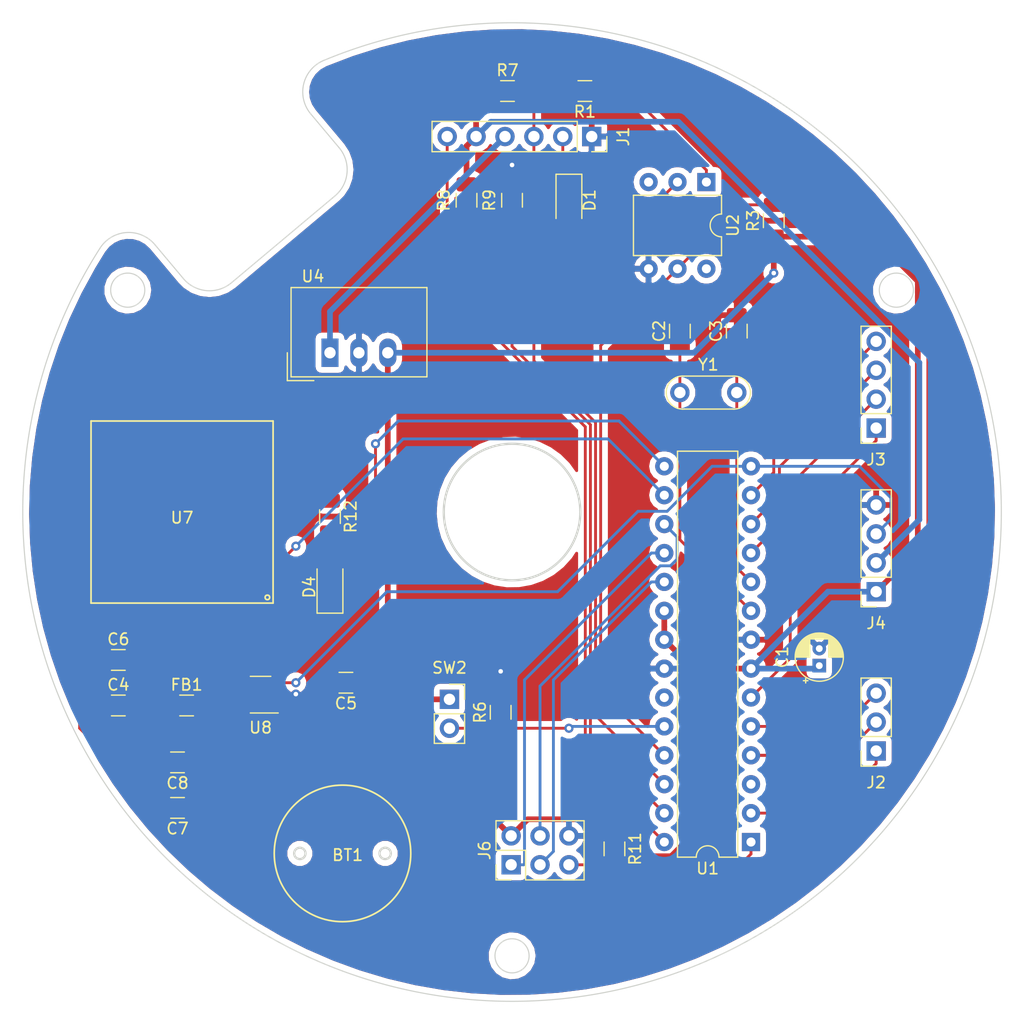
<source format=kicad_pcb>
(kicad_pcb (version 20171130) (host pcbnew "(5.0.1)-4")
  (layers (0 F.Cu signal) (31 B.Cu signal) (34 B.Paste user) (35 F.Paste user) (36 B.SilkS user) (37 F.SilkS user) (38 B.Mask user) (39 F.Mask user) (44 Edge.Cuts user))
  (net 0 "")
  (net 1 GND)
  (net 2 +5V)
  (net 3 /XTAL1)
  (net 4 /XTAL2)
  (net 5 "Net-(D1-Pad1)")
  (net 6 "Net-(D1-Pad2)")
  (net 7 +12V)
  (net 8 /OIL_TEMP)
  (net 9 "Net-(R1-Pad1)")
  (net 10 /TACHO)
  (net 11 /MODE_BUTTON)
  (net 12 /BATTERY_VOLTAGE)
  (net 13 +3V3)
  (net 14 "Net-(D4-Pad2)")
  (net 15 "Net-(FB1-Pad2)")
  (net 16 /KEY)
  (net 17 /RX)
  (net 18 /AFR)
  (net 19 /STEP_1)
  (net 20 /STEP_2)
  (net 21 /STEP_3)
  (net 22 /STEP_4)
  (net 23 /LCD_DATA)
  (net 24 /LCD_WR)
  (net 25 /LCD_CS)
  (net 26 /MISO)
  (net 27 /SCK)
  (net 28 /MOSI)
  (net 29 /RESET)
  (net 30 /TX)
  (net 31 /EN)
  (net 32 /V_BCKP)
  (module Capacitor_THT:CP_Radial_D4.0mm_P1.50mm (layer F.Cu) (at 177 113.5 90)
    (fp_text reference C1 (at 0.75 -3.25 90) (layer F.SilkS))
    (fp_text value CP)
    (pad 1 thru_hole rect (at 0 0 90) (size 1.2 1.2) (drill 0.6) (layers *.Cu *.Mask) (net 2 +5V))
    (pad 2 thru_hole circle (at 1.5 0 90) (size 1.2 1.2) (drill 0.6) (layers *.Cu *.Mask) (net 1 GND))
  )
  (module Capacitor_SMD:C_1206_3216Metric (layer F.Cu) (at 164.75 84.1 90)
    (fp_text reference C2 (at 0 -1.82 90) (layer F.SilkS))
    (fp_text value C)
    (pad 1 smd roundrect (at -1.4 0 90) (size 1.25 1.75) (layers F.Cu F.Paste F.Mask) (roundrect_rratio 0.2) (net 3 /XTAL1))
    (pad 2 smd roundrect (at 1.4 0 90) (size 1.25 1.75) (layers F.Cu F.Paste F.Mask) (roundrect_rratio 0.2) (net 1 GND))
  )
  (module Capacitor_SMD:C_1206_3216Metric (layer F.Cu) (at 169.75 84.1 90)
    (fp_text reference C3 (at 0 -1.82 90) (layer F.SilkS))
    (fp_text value C)
    (pad 2 smd roundrect (at 1.4 0 90) (size 1.25 1.75) (layers F.Cu F.Paste F.Mask) (roundrect_rratio 0.2) (net 1 GND))
    (pad 1 smd roundrect (at -1.4 0 90) (size 1.25 1.75) (layers F.Cu F.Paste F.Mask) (roundrect_rratio 0.2) (net 4 /XTAL2))
  )
  (module Capacitor_SMD:C_1206_3216Metric (layer F.Cu) (at 115.4 117)
    (fp_text reference C4 (at 0 -1.82) (layer F.SilkS))
    (fp_text value 100nF)
    (pad 2 smd roundrect (at 1.4 0) (size 1.25 1.75) (layers F.Cu F.Paste F.Mask) (roundrect_rratio 0.2) (net 13 +3V3))
    (pad 1 smd roundrect (at -1.4 0) (size 1.25 1.75) (layers F.Cu F.Paste F.Mask) (roundrect_rratio 0.2) (net 1 GND))
  )
  (module Capacitor_SMD:C_1206_3216Metric (layer F.Cu) (at 115.4 113)
    (fp_text reference C6 (at 0 -1.82) (layer F.SilkS))
    (fp_text value 10uF)
    (pad 1 smd roundrect (at -1.4 0) (size 1.25 1.75) (layers F.Cu F.Paste F.Mask) (roundrect_rratio 0.2) (net 1 GND))
    (pad 2 smd roundrect (at 1.4 0) (size 1.25 1.75) (layers F.Cu F.Paste F.Mask) (roundrect_rratio 0.2) (net 13 +3V3))
  )
  (module LED_SMD:LED_1206_3216Metric (layer F.Cu) (at 155 72.6 270)
    (fp_text reference D1 (at 0 -1.82 270) (layer F.SilkS))
    (fp_text value LED)
    (pad 2 smd roundrect (at 1.4 0 270) (size 1.25 1.75) (layers F.Cu F.Paste F.Mask) (roundrect_rratio 0.2) (net 6 "Net-(D1-Pad2)"))
    (pad 1 smd roundrect (at -1.4 0 270) (size 1.25 1.75) (layers F.Cu F.Paste F.Mask) (roundrect_rratio 0.2) (net 5 "Net-(D1-Pad1)"))
  )
  (module LED_SMD:LED_1206_3216Metric (layer F.Cu) (at 134 106.6 90)
    (fp_text reference D4 (at 0 -1.82 90) (layer F.SilkS))
    (fp_text value LED)
    (pad 1 smd roundrect (at -1.4 0 90) (size 1.25 1.75) (layers F.Cu F.Paste F.Mask) (roundrect_rratio 0.2) (net 17 /RX))
    (pad 2 smd roundrect (at 1.4 0 90) (size 1.25 1.75) (layers F.Cu F.Paste F.Mask) (roundrect_rratio 0.2) (net 14 "Net-(D4-Pad2)"))
  )
  (module Inductor_SMD:L_1206_3216Metric (layer F.Cu) (at 121.4 117)
    (fp_text reference FB1 (at 0 -1.82) (layer F.SilkS))
    (fp_text value Ferrite_Bead)
    (pad 1 smd roundrect (at -1.4 0) (size 1.25 1.75) (layers F.Cu F.Paste F.Mask) (roundrect_rratio 0.2) (net 13 +3V3))
    (pad 2 smd roundrect (at 1.4 0) (size 1.25 1.75) (layers F.Cu F.Paste F.Mask) (roundrect_rratio 0.2) (net 15 "Net-(FB1-Pad2)"))
  )
  (module Connector_PinHeader_2.54mm:PinHeader_2x03_P2.54mm_Vertical (layer F.Cu) (at 149.92 131 90)
    (fp_text reference J6 (at 1.27 -2.33 90) (layer F.SilkS))
    (fp_text value Conn_02x03_Odd_Even)
    (pad 1 thru_hole rect (at 0 0 90) (size 1.7 1.7) (drill 1) (layers *.Cu *.Mask) (net 26 /MISO))
    (pad 2 thru_hole oval (at 2.54 0 90) (size 1.7 1.7) (drill 1) (layers *.Cu *.Mask) (net 2 +5V))
    (pad 3 thru_hole oval (at 0 2.54 90) (size 1.7 1.7) (drill 1) (layers *.Cu *.Mask) (net 27 /SCK))
    (pad 4 thru_hole oval (at 2.54 2.54 90) (size 1.7 1.7) (drill 1) (layers *.Cu *.Mask) (net 28 /MOSI))
    (pad 5 thru_hole oval (at 0 5.08 90) (size 1.7 1.7) (drill 1) (layers *.Cu *.Mask) (net 29 /RESET))
    (pad 6 thru_hole oval (at 2.54 5.08 90) (size 1.7 1.7) (drill 1) (layers *.Cu *.Mask) (net 1 GND))
  )
  (module Resistor_SMD:R_1206_3216Metric (layer F.Cu) (at 156.4 63 180)
    (fp_text reference R1 (at 0 -1.82 180) (layer F.SilkS))
    (fp_text value R)
    (pad 1 smd roundrect (at -1.4 0 180) (size 1.25 1.75) (layers F.Cu F.Paste F.Mask) (roundrect_rratio 0.2) (net 9 "Net-(R1-Pad1)"))
    (pad 2 smd roundrect (at 1.4 0 180) (size 1.25 1.75) (layers F.Cu F.Paste F.Mask) (roundrect_rratio 0.2) (net 16 /KEY))
  )
  (module Resistor_SMD:R_1206_3216Metric (layer F.Cu) (at 173 74.4 90)
    (fp_text reference R3 (at 0 -1.82 90) (layer F.SilkS))
    (fp_text value R)
    (pad 1 smd roundrect (at -1.4 0 90) (size 1.25 1.75) (layers F.Cu F.Paste F.Mask) (roundrect_rratio 0.2) (net 2 +5V))
    (pad 2 smd roundrect (at 1.4 0 90) (size 1.25 1.75) (layers F.Cu F.Paste F.Mask) (roundrect_rratio 0.2) (net 10 /TACHO))
  )
  (module Resistor_SMD:R_1206_3216Metric (layer F.Cu) (at 149 117.6 90)
    (fp_text reference R6 (at 0 -1.82 90) (layer F.SilkS))
    (fp_text value R)
    (pad 2 smd roundrect (at 1.4 0 90) (size 1.25 1.75) (layers F.Cu F.Paste F.Mask) (roundrect_rratio 0.2) (net 1 GND))
    (pad 1 smd roundrect (at -1.4 0 90) (size 1.25 1.75) (layers F.Cu F.Paste F.Mask) (roundrect_rratio 0.2) (net 11 /MODE_BUTTON))
  )
  (module Resistor_SMD:R_1206_3216Metric (layer F.Cu) (at 149.6 63)
    (fp_text reference R7 (at 0 -1.82) (layer F.SilkS))
    (fp_text value R)
    (pad 1 smd roundrect (at -1.4 0) (size 1.25 1.75) (layers F.Cu F.Paste F.Mask) (roundrect_rratio 0.2) (net 16 /KEY))
    (pad 2 smd roundrect (at 1.4 0) (size 1.25 1.75) (layers F.Cu F.Paste F.Mask) (roundrect_rratio 0.2) (net 8 /OIL_TEMP))
  )
  (module Resistor_SMD:R_1206_3216Metric (layer F.Cu) (at 146 72.6 270)
    (fp_text reference R8 (at 0 2 270) (layer F.SilkS))
    (fp_text value R)
    (pad 1 smd roundrect (at -1.4 0 270) (size 1.25 1.75) (layers F.Cu F.Paste F.Mask) (roundrect_rratio 0.2) (net 16 /KEY))
    (pad 2 smd roundrect (at 1.4 0 270) (size 1.25 1.75) (layers F.Cu F.Paste F.Mask) (roundrect_rratio 0.2) (net 12 /BATTERY_VOLTAGE))
  )
  (module Resistor_SMD:R_1206_3216Metric (layer F.Cu) (at 150 72.6 90)
    (fp_text reference R9 (at 0 -2 90) (layer F.SilkS))
    (fp_text value R)
    (pad 2 smd roundrect (at 1.4 0 90) (size 1.25 1.75) (layers F.Cu F.Paste F.Mask) (roundrect_rratio 0.2) (net 1 GND))
    (pad 1 smd roundrect (at -1.4 0 90) (size 1.25 1.75) (layers F.Cu F.Paste F.Mask) (roundrect_rratio 0.2) (net 12 /BATTERY_VOLTAGE))
  )
  (module Resistor_SMD:R_1206_3216Metric (layer F.Cu) (at 159 129.6 270)
    (fp_text reference R11 (at 0 -1.82 270) (layer F.SilkS))
    (fp_text value R)
    (pad 2 smd roundrect (at 1.4 0 270) (size 1.25 1.75) (layers F.Cu F.Paste F.Mask) (roundrect_rratio 0.2) (net 29 /RESET))
    (pad 1 smd roundrect (at -1.4 0 270) (size 1.25 1.75) (layers F.Cu F.Paste F.Mask) (roundrect_rratio 0.2) (net 2 +5V))
  )
  (module Resistor_SMD:R_1206_3216Metric (layer F.Cu) (at 134 100.4 270)
    (fp_text reference R12 (at 0 -1.82 270) (layer F.SilkS))
    (fp_text value R)
    (pad 2 smd roundrect (at 1.4 0 270) (size 1.25 1.75) (layers F.Cu F.Paste F.Mask) (roundrect_rratio 0.2) (net 14 "Net-(D4-Pad2)"))
    (pad 1 smd roundrect (at -1.4 0 270) (size 1.25 1.75) (layers F.Cu F.Paste F.Mask) (roundrect_rratio 0.2) (net 13 +3V3))
  )
  (module Package_DIP:DIP-6_W7.62mm (layer F.Cu) (at 167.08 71 270)
    (fp_text reference U2 (at 3.81 -2.33 270) (layer F.SilkS))
    (fp_text value 4N25)
    (pad 1 thru_hole rect (at 0 0 270) (size 1.6 1.6) (drill 0.8) (layers *.Cu *.Mask) (net 9 "Net-(R1-Pad1)"))
    (pad 4 thru_hole oval (at 7.62 5.08 270) (size 1.6 1.6) (drill 0.8) (layers *.Cu *.Mask) (net 1 GND))
    (pad 2 thru_hole oval (at 0 2.54 270) (size 1.6 1.6) (drill 0.8) (layers *.Cu *.Mask) (net 6 "Net-(D1-Pad2)"))
    (pad 5 thru_hole oval (at 7.62 2.54 270) (size 1.6 1.6) (drill 0.8) (layers *.Cu *.Mask) (net 10 /TACHO))
    (pad 3 thru_hole oval (at 0 5.08 270) (size 1.6 1.6) (drill 0.8) (layers *.Cu *.Mask))
    (pad 6 thru_hole oval (at 7.62 0 270) (size 1.6 1.6) (drill 0.8) (layers *.Cu *.Mask))
  )
  (module Converter_DCDC:Converter_DCDC_TRACO_TSR-1_THT (layer F.Cu) (at 134 86)
    (fp_text reference U4 (at -1.5 -6.71) (layer F.SilkS))
    (fp_text value TSR_1-2450)
    (pad 1 thru_hole rect (at 0 0) (size 1.5 2.5) (drill 1) (layers *.Cu *.Mask) (net 7 +12V))
    (pad 2 thru_hole oval (at 2.54 0) (size 1.5 2.5) (drill 1) (layers *.Cu *.Mask) (net 1 GND))
    (pad 3 thru_hole oval (at 5.08 0) (size 1.5 2.5) (drill 1) (layers *.Cu *.Mask) (net 2 +5V))
  )
  (module footprints:L80-R (layer F.Cu) (at 121 100)
    (fp_text reference U7 (at 0 0.5) (layer F.SilkS))
    (fp_text value L80-R)
    (pad 1 smd oval (at 7.7 6.22) (size 2.5 1) (layers F.Cu F.Paste F.Mask) (net 14 "Net-(D4-Pad2)"))
    (pad 2 smd oval (at 7.7 3.68) (size 2.5 1) (layers F.Cu F.Paste F.Mask) (net 30 /TX))
    (pad 3 smd oval (at 7.7 1.14) (size 2.5 1) (layers F.Cu F.Paste F.Mask) (net 1 GND))
    (pad 4 smd oval (at 7.7 -1.4) (size 2.5 1) (layers F.Cu F.Paste F.Mask) (net 13 +3V3))
    (pad 5 smd oval (at 7.7 -3.94) (size 2.5 1) (layers F.Cu F.Paste F.Mask) (net 32 /V_BCKP))
    (pad 6 smd oval (at 7.7 -6.48) (size 2.5 1) (layers F.Cu F.Paste F.Mask))
    (pad 7 smd oval (at -7.7 -6.48) (size 2.5 1) (layers F.Cu F.Paste F.Mask))
    (pad 8 smd oval (at -7.7 -3.94) (size 2.5 1) (layers F.Cu F.Paste F.Mask))
    (pad 9 smd oval (at -7.7 -1.4) (size 2.5 1) (layers F.Cu F.Paste F.Mask))
    (pad 10 smd oval (at -7.7 1.14) (size 2.5 1) (layers F.Cu F.Paste F.Mask))
    (pad 11 smd oval (at -7.7 3.68) (size 2.5 1) (layers F.Cu F.Paste F.Mask))
    (pad 12 smd oval (at -7.7 6.22) (size 2.5 1) (layers F.Cu F.Paste F.Mask) (net 1 GND))
  )
  (module Package_TO_SOT_SMD:SOT-23-5 (layer F.Cu) (at 127.9 116.05 180)
    (fp_text reference U8 (at 0 -2.9 180) (layer F.SilkS))
    (fp_text value MIC5225-3.3YM5)
    (pad 1 smd rect (at -1.1 -0.95 180) (size 1.06 0.65) (layers F.Cu F.Paste F.Mask) (net 2 +5V))
    (pad 2 smd rect (at -1.1 0 180) (size 1.06 0.65) (layers F.Cu F.Paste F.Mask) (net 1 GND))
    (pad 3 smd rect (at -1.1 0.95 180) (size 1.06 0.65) (layers F.Cu F.Paste F.Mask) (net 31 /EN))
    (pad 4 smd rect (at 1.1 0.95 180) (size 1.06 0.65) (layers F.Cu F.Paste F.Mask))
    (pad 5 smd rect (at 1.1 -0.95 180) (size 1.06 0.65) (layers F.Cu F.Paste F.Mask) (net 15 "Net-(FB1-Pad2)"))
  )
  (module Crystal:Resonator-2Pin_W7.0mm_H2.5mm (layer F.Cu) (at 164.75 89.5)
    (fp_text reference Y1 (at 2.5 -2.45) (layer F.SilkS))
    (fp_text value Crystal)
    (pad 1 thru_hole circle (at 0 0) (size 1.7 1.7) (drill 1) (layers *.Cu *.Mask) (net 3 /XTAL1))
    (pad 2 thru_hole circle (at 5 0) (size 1.7 1.7) (drill 1) (layers *.Cu *.Mask) (net 4 /XTAL2))
  )
  (module Connector_PinSocket_2.54mm:PinSocket_1x06_P2.54mm_Vertical (layer F.Cu) (at 157 67 270)
    (fp_text reference J1 (at 0 -2.77 270) (layer F.SilkS))
    (fp_text value Conn_01x06)
    (pad 1 thru_hole rect (at 0 0 270) (size 1.7 1.7) (drill 1) (layers *.Cu *.Mask) (net 1 GND))
    (pad 2 thru_hole oval (at 0 2.54 270) (size 1.7 1.7) (drill 1) (layers *.Cu *.Mask) (net 5 "Net-(D1-Pad1)"))
    (pad 3 thru_hole oval (at 0 5.08 270) (size 1.7 1.7) (drill 1) (layers *.Cu *.Mask) (net 8 /OIL_TEMP))
    (pad 4 thru_hole oval (at 0 7.62 270) (size 1.7 1.7) (drill 1) (layers *.Cu *.Mask) (net 7 +12V))
    (pad 5 thru_hole oval (at 0 10.16 270) (size 1.7 1.7) (drill 1) (layers *.Cu *.Mask) (net 16 /KEY))
    (pad 6 thru_hole oval (at 0 12.7 270) (size 1.7 1.7) (drill 1) (layers *.Cu *.Mask) (net 18 /AFR))
  )
  (module Connector_PinSocket_2.54mm:PinSocket_1x04_P2.54mm_Vertical (layer F.Cu) (at 182 92.62 180)
    (fp_text reference J3 (at 0 -2.77 180) (layer F.SilkS))
    (fp_text value Conn_01x04)
    (pad 4 thru_hole oval (at 0 7.62 180) (size 1.7 1.7) (drill 1) (layers *.Cu *.Mask) (net 22 /STEP_4))
    (pad 3 thru_hole oval (at 0 5.08 180) (size 1.7 1.7) (drill 1) (layers *.Cu *.Mask) (net 21 /STEP_3))
    (pad 2 thru_hole oval (at 0 2.54 180) (size 1.7 1.7) (drill 1) (layers *.Cu *.Mask) (net 20 /STEP_2))
    (pad 1 thru_hole rect (at 0 0 180) (size 1.7 1.7) (drill 1) (layers *.Cu *.Mask) (net 19 /STEP_1))
  )
  (module Package_DIP:DIP-28_W7.62mm (layer F.Cu) (at 171 129 180)
    (fp_text reference U1 (at 3.81 -2.33 180) (layer F.SilkS))
    (fp_text value ATmega328P-PU)
    (pad 1 thru_hole rect (at 0 0 180) (size 1.6 1.6) (drill 0.8) (layers *.Cu *.Mask) (net 29 /RESET))
    (pad 15 thru_hole oval (at 7.62 33.02 180) (size 1.6 1.6) (drill 0.8) (layers *.Cu *.Mask) (net 17 /RX))
    (pad 2 thru_hole oval (at 0 2.54 180) (size 1.6 1.6) (drill 0.8) (layers *.Cu *.Mask) (net 25 /LCD_CS))
    (pad 16 thru_hole oval (at 7.62 30.48 180) (size 1.6 1.6) (drill 0.8) (layers *.Cu *.Mask) (net 30 /TX))
    (pad 3 thru_hole oval (at 0 5.08 180) (size 1.6 1.6) (drill 0.8) (layers *.Cu *.Mask))
    (pad 17 thru_hole oval (at 7.62 27.94 180) (size 1.6 1.6) (drill 0.8) (layers *.Cu *.Mask) (net 28 /MOSI))
    (pad 4 thru_hole oval (at 0 7.62 180) (size 1.6 1.6) (drill 0.8) (layers *.Cu *.Mask) (net 24 /LCD_WR))
    (pad 18 thru_hole oval (at 7.62 25.4 180) (size 1.6 1.6) (drill 0.8) (layers *.Cu *.Mask) (net 26 /MISO))
    (pad 5 thru_hole oval (at 0 10.16 180) (size 1.6 1.6) (drill 0.8) (layers *.Cu *.Mask) (net 23 /LCD_DATA))
    (pad 19 thru_hole oval (at 7.62 22.86 180) (size 1.6 1.6) (drill 0.8) (layers *.Cu *.Mask) (net 27 /SCK))
    (pad 6 thru_hole oval (at 0 12.7 180) (size 1.6 1.6) (drill 0.8) (layers *.Cu *.Mask) (net 19 /STEP_1))
    (pad 20 thru_hole oval (at 7.62 20.32 180) (size 1.6 1.6) (drill 0.8) (layers *.Cu *.Mask) (net 2 +5V))
    (pad 7 thru_hole oval (at 0 15.24 180) (size 1.6 1.6) (drill 0.8) (layers *.Cu *.Mask) (net 2 +5V))
    (pad 21 thru_hole oval (at 7.62 17.78 180) (size 1.6 1.6) (drill 0.8) (layers *.Cu *.Mask) (net 2 +5V))
    (pad 8 thru_hole oval (at 0 17.78 180) (size 1.6 1.6) (drill 0.8) (layers *.Cu *.Mask) (net 1 GND))
    (pad 22 thru_hole oval (at 7.62 15.24 180) (size 1.6 1.6) (drill 0.8) (layers *.Cu *.Mask) (net 1 GND))
    (pad 9 thru_hole oval (at 0 20.32 180) (size 1.6 1.6) (drill 0.8) (layers *.Cu *.Mask) (net 3 /XTAL1))
    (pad 23 thru_hole oval (at 7.62 12.7 180) (size 1.6 1.6) (drill 0.8) (layers *.Cu *.Mask))
    (pad 10 thru_hole oval (at 0 22.86 180) (size 1.6 1.6) (drill 0.8) (layers *.Cu *.Mask) (net 4 /XTAL2))
    (pad 24 thru_hole oval (at 7.62 10.16 180) (size 1.6 1.6) (drill 0.8) (layers *.Cu *.Mask) (net 11 /MODE_BUTTON))
    (pad 11 thru_hole oval (at 0 25.4 180) (size 1.6 1.6) (drill 0.8) (layers *.Cu *.Mask) (net 20 /STEP_2))
    (pad 25 thru_hole oval (at 7.62 7.62 180) (size 1.6 1.6) (drill 0.8) (layers *.Cu *.Mask) (net 10 /TACHO))
    (pad 12 thru_hole oval (at 0 27.94 180) (size 1.6 1.6) (drill 0.8) (layers *.Cu *.Mask) (net 21 /STEP_3))
    (pad 26 thru_hole oval (at 7.62 5.08 180) (size 1.6 1.6) (drill 0.8) (layers *.Cu *.Mask) (net 8 /OIL_TEMP))
    (pad 13 thru_hole oval (at 0 30.48 180) (size 1.6 1.6) (drill 0.8) (layers *.Cu *.Mask) (net 22 /STEP_4))
    (pad 27 thru_hole oval (at 7.62 2.54 180) (size 1.6 1.6) (drill 0.8) (layers *.Cu *.Mask) (net 12 /BATTERY_VOLTAGE))
    (pad 14 thru_hole oval (at 0 33.02 180) (size 1.6 1.6) (drill 0.8) (layers *.Cu *.Mask) (net 31 /EN))
    (pad 28 thru_hole oval (at 7.62 0 180) (size 1.6 1.6) (drill 0.8) (layers *.Cu *.Mask) (net 18 /AFR))
  )
  (module Connector_PinSocket_2.54mm:PinSocket_1x02_P2.54mm_Vertical (layer F.Cu) (at 144.5 116.46)
    (fp_text reference SW2 (at 0 -2.77) (layer F.SilkS))
    (fp_text value SW_Push)
    (pad 1 thru_hole rect (at 0 0) (size 1.7 1.7) (drill 1) (layers *.Cu *.Mask) (net 2 +5V))
    (pad 2 thru_hole oval (at 0 2.54) (size 1.7 1.7) (drill 1) (layers *.Cu *.Mask) (net 11 /MODE_BUTTON))
  )
  (module Connector_PinSocket_2.54mm:PinSocket_1x04_P2.54mm_Vertical (layer F.Cu) (at 182 107 180)
    (fp_text reference J4 (at 0 -2.77 180) (layer F.SilkS))
    (fp_text value Conn_01x04)
    (pad 1 thru_hole rect (at 0 0 180) (size 1.7 1.7) (drill 1) (layers *.Cu *.Mask) (net 2 +5V))
    (pad 2 thru_hole oval (at 0 2.54 180) (size 1.7 1.7) (drill 1) (layers *.Cu *.Mask) (net 16 /KEY))
    (pad 3 thru_hole oval (at 0 5.08 180) (size 1.7 1.7) (drill 1) (layers *.Cu *.Mask) (net 31 /EN))
    (pad 4 thru_hole oval (at 0 7.62 180) (size 1.7 1.7) (drill 1) (layers *.Cu *.Mask) (net 1 GND))
  )
  (module "footprints:Coin Battery Holder" (layer F.Cu) (at 135.1 130)
    (fp_text reference BT1 (at 0.45 0.15) (layer F.SilkS))
    (fp_text value Battery_Cell)
    (pad 1 smd rect (at -7.9 0) (size 3.6 2.6) (layers F.Cu F.Paste F.Mask) (net 32 /V_BCKP))
    (pad 2 smd rect (at 7.9 0) (size 3.6 2.6) (layers F.Cu F.Paste F.Mask) (net 1 GND))
  )
  (module Capacitor_SMD:C_1206_3216Metric (layer F.Cu) (at 135.4 115 180)
    (fp_text reference C5 (at 0 -1.82 180) (layer F.SilkS))
    (fp_text value 10uF)
    (pad 1 smd roundrect (at -1.4 0 180) (size 1.25 1.75) (layers F.Cu F.Paste F.Mask) (roundrect_rratio 0.2) (net 1 GND))
    (pad 2 smd roundrect (at 1.4 0 180) (size 1.25 1.75) (layers F.Cu F.Paste F.Mask) (roundrect_rratio 0.2) (net 2 +5V))
  )
  (module Capacitor_SMD:C_1206_3216Metric (layer F.Cu) (at 120.6 126 180)
    (fp_text reference C7 (at 0 -1.82 180) (layer F.SilkS))
    (fp_text value 4.7nF)
    (pad 1 smd roundrect (at -1.4 0 180) (size 1.25 1.75) (layers F.Cu F.Paste F.Mask) (roundrect_rratio 0.2) (net 1 GND))
    (pad 2 smd roundrect (at 1.4 0 180) (size 1.25 1.75) (layers F.Cu F.Paste F.Mask) (roundrect_rratio 0.2) (net 32 /V_BCKP))
  )
  (module Capacitor_SMD:C_1206_3216Metric (layer F.Cu) (at 120.6 122 180)
    (fp_text reference C8 (at 0 -1.82 180) (layer F.SilkS))
    (fp_text value 100nF)
    (pad 2 smd roundrect (at 1.4 0 180) (size 1.25 1.75) (layers F.Cu F.Paste F.Mask) (roundrect_rratio 0.2) (net 32 /V_BCKP))
    (pad 1 smd roundrect (at -1.4 0 180) (size 1.25 1.75) (layers F.Cu F.Paste F.Mask) (roundrect_rratio 0.2) (net 1 GND))
  )
  (module Connector_PinSocket_2.54mm:PinSocket_1x03_P2.54mm_Vertical (layer F.Cu) (at 182 121 180)
    (fp_text reference J2 (at 0 -2.77 180) (layer F.SilkS))
    (fp_text value Conn_01x03)
    (pad 1 thru_hole rect (at 0 0 180) (size 1.7 1.7) (drill 1) (layers *.Cu *.Mask) (net 25 /LCD_CS))
    (pad 2 thru_hole oval (at 0 2.54 180) (size 1.7 1.7) (drill 1) (layers *.Cu *.Mask) (net 24 /LCD_WR))
    (pad 3 thru_hole oval (at 0 5.08 180) (size 1.7 1.7) (drill 1) (layers *.Cu *.Mask) (net 23 /LCD_DATA))
  )
  (gr_circle (center 138.85 130) (end 138.85 129.5) (layer Edge.Cuts) (width 0.2))
  (gr_circle (center 131.35 130) (end 131.35 129.5) (layer Edge.Cuts) (width 0.2))
  (gr_line (start 118.61295 76.500628) (end 121.113798 79.481022) (layer Edge.Cuts) (width 0.1))
  (gr_circle (center 116.225009 80.5) (end 114.725009 80.5) (layer Edge.Cuts) (width 0.1))
  (gr_arc (start 123.411931 77.552659) (end 121.113798 79.481022) (angle -90) (layer Edge.Cuts) (width 0.1))
  (gr_line (start 134.808788 67.989561) (end 132.30794 65.009167) (layer Edge.Cuts) (width 0.1))
  (gr_circle (center 150 139) (end 148.5 139) (layer Edge.Cuts) (width 0.1))
  (gr_arc (start 150 100) (end 113.788428 76.811165) (angle -325.268628) (layer Edge.Cuts) (width 0.1))
  (gr_circle (center 183.774991 80.5) (end 182.274991 80.5) (layer Edge.Cuts) (width 0.1))
  (gr_line (start 125.340294 79.850793) (end 134.439018 72.216057) (layer Edge.Cuts) (width 0.1))
  (gr_arc (start 116.314817 78.428991) (end 118.61295 76.500628) (angle -107.365686) (layer Edge.Cuts) (width 0.1))
  (gr_arc (start 134.606074 63.080804) (end 133.451529 60.311864) (angle -107.365686) (layer Edge.Cuts) (width 0.1))
  (gr_arc (start 132.510655 69.917924) (end 134.439018 72.216057) (angle -90) (layer Edge.Cuts) (width 0.1))
  (gr_circle (center 150 100) (end 156 100) (layer Edge.Cuts) (width 0.2))
  (via (at 131 116) (size 0.8) (drill 0.4) (layers F.Cu B.Cu) (net 1))
  (segment (start 129 116.05) (end 130.95 116.05) (width 0.5) (layer F.Cu) (net 1))
  (segment (start 130.95 116.05) (end 131 116) (width 0.5) (layer F.Cu) (net 1))
  (via (at 150 69.5) (size 0.8) (drill 0.4) (layers F.Cu B.Cu) (net 1))
  (segment (start 150 71.2) (end 150 69.5) (width 0.5) (layer F.Cu) (net 1))
  (via (at 149 114) (size 0.8) (drill 0.4) (layers F.Cu B.Cu) (net 1))
  (segment (start 149 116.2) (end 149 114) (width 0.5) (layer F.Cu) (net 1))
  (segment (start 165.92 113.76) (end 171 113.76) (width 0.5) (layer F.Cu) (net 2))
  (segment (start 163.38 111.22) (end 165.92 113.76) (width 0.5) (layer F.Cu) (net 2))
  (segment (start 185.659659 79.711717) (end 185.659659 103.340341) (width 0.5) (layer F.Cu) (net 2))
  (segment (start 173 75.8) (end 181.747942 75.8) (width 0.5) (layer F.Cu) (net 2))
  (segment (start 181.747942 75.8) (end 185.659659 79.711717) (width 0.5) (layer F.Cu) (net 2))
  (segment (start 185.659659 103.340341) (end 182 107) (width 0.5) (layer F.Cu) (net 2))
  (segment (start 163.38 110.08863) (end 163.38 108.68) (width 0.5) (layer F.Cu) (net 2))
  (segment (start 163.38 111.22) (end 163.38 110.08863) (width 0.5) (layer F.Cu) (net 2))
  (segment (start 177.76 107) (end 182 107) (width 0.5) (layer B.Cu) (net 2))
  (segment (start 171 113.76) (end 177.76 107) (width 0.5) (layer B.Cu) (net 2))
  (segment (start 139.08 117.62) (end 139.46 118) (width 0.5) (layer F.Cu) (net 2))
  (segment (start 139.46 118) (end 149.92 128.46) (width 0.5) (layer F.Cu) (net 2))
  (segment (start 139.08 117) (end 139.08 117.62) (width 0.5) (layer F.Cu) (net 2))
  (segment (start 139.08 86) (end 161.550002 86) (width 0.5) (layer B.Cu) (net 2))
  (via (at 173 79) (size 0.8) (drill 0.4) (layers F.Cu B.Cu) (net 2))
  (segment (start 161.550002 86) (end 166 86) (width 0.5) (layer B.Cu) (net 2))
  (segment (start 166 86) (end 173 79) (width 0.5) (layer B.Cu) (net 2))
  (segment (start 173 79) (end 173 75.8) (width 0.5) (layer F.Cu) (net 2))
  (segment (start 150.769999 127.610001) (end 149.92 128.46) (width 0.5) (layer F.Cu) (net 2))
  (segment (start 151.38 127) (end 150.769999 127.610001) (width 0.5) (layer F.Cu) (net 2))
  (segment (start 157.8 127) (end 151.38 127) (width 0.5) (layer F.Cu) (net 2))
  (segment (start 159 128.2) (end 157.8 127) (width 0.5) (layer F.Cu) (net 2))
  (segment (start 139.12 116.46) (end 139.08 116.5) (width 0.5) (layer F.Cu) (net 2))
  (segment (start 144.5 116.46) (end 139.12 116.46) (width 0.5) (layer F.Cu) (net 2))
  (segment (start 139.08 86) (end 139.08 116.5) (width 0.5) (layer F.Cu) (net 2))
  (segment (start 139.08 116.5) (end 139.08 117) (width 0.5) (layer F.Cu) (net 2))
  (segment (start 176.74 113.76) (end 177 113.5) (width 0.5) (layer B.Cu) (net 2))
  (segment (start 171 113.76) (end 176.74 113.76) (width 0.5) (layer B.Cu) (net 2))
  (segment (start 134 115) (end 134 117) (width 0.5) (layer F.Cu) (net 2))
  (segment (start 129 117) (end 134 117) (width 0.5) (layer F.Cu) (net 2))
  (segment (start 134 117) (end 139.08 117) (width 0.5) (layer F.Cu) (net 2))
  (segment (start 165.92 128.310002) (end 165.92 113.76) (width 0.5) (layer F.Cu) (net 2))
  (segment (start 163.980001 130.250001) (end 165.92 128.310002) (width 0.5) (layer F.Cu) (net 2))
  (segment (start 161.050001 130.250001) (end 163.980001 130.250001) (width 0.5) (layer F.Cu) (net 2))
  (segment (start 159 128.2) (end 161.050001 130.250001) (width 0.5) (layer F.Cu) (net 2))
  (segment (start 164.75 85.5) (end 164.75 89.5) (width 0.25) (layer F.Cu) (net 3))
  (segment (start 164.75 102.43) (end 171 108.68) (width 0.25) (layer F.Cu) (net 3))
  (segment (start 164.75 89.5) (end 164.75 102.43) (width 0.25) (layer F.Cu) (net 3))
  (segment (start 169.75 89.5) (end 169.75 85.5) (width 0.25) (layer F.Cu) (net 4))
  (segment (start 169.75 104.89) (end 171 106.14) (width 0.25) (layer F.Cu) (net 4))
  (segment (start 169.75 89.5) (end 169.75 104.89) (width 0.25) (layer F.Cu) (net 4))
  (segment (start 154.46 70.66) (end 155 71.2) (width 0.25) (layer F.Cu) (net 5))
  (segment (start 154.46 67) (end 154.46 70.66) (width 0.25) (layer F.Cu) (net 5))
  (segment (start 161.54 74) (end 164.54 71) (width 0.25) (layer F.Cu) (net 6))
  (segment (start 155 74) (end 161.54 74) (width 0.25) (layer F.Cu) (net 6))
  (segment (start 134 82.38) (end 134 86) (width 0.5) (layer B.Cu) (net 7))
  (segment (start 149.38 67) (end 134 82.38) (width 0.5) (layer B.Cu) (net 7))
  (segment (start 151.92 63.92) (end 151 63) (width 0.25) (layer F.Cu) (net 8))
  (segment (start 151.92 67) (end 151.92 63.92) (width 0.25) (layer F.Cu) (net 8))
  (segment (start 151.92 86.720182) (end 157.338115 92.138297) (width 0.25) (layer F.Cu) (net 8))
  (segment (start 151.92 67) (end 151.92 86.720182) (width 0.25) (layer F.Cu) (net 8))
  (segment (start 157.338115 117.878115) (end 163.38 123.92) (width 0.25) (layer F.Cu) (net 8))
  (segment (start 157.338115 92.138297) (end 157.338115 117.878115) (width 0.25) (layer F.Cu) (net 8))
  (segment (start 167.08 69.95) (end 167.08 71) (width 0.25) (layer F.Cu) (net 9))
  (segment (start 160.13 63) (end 167.08 69.95) (width 0.25) (layer F.Cu) (net 9))
  (segment (start 157.8 63) (end 160.13 63) (width 0.25) (layer F.Cu) (net 9))
  (segment (start 170.16 73) (end 173 73) (width 0.25) (layer F.Cu) (net 10))
  (segment (start 164.54 78.62) (end 170.16 73) (width 0.25) (layer F.Cu) (net 10))
  (segment (start 163.38 121.38) (end 157.788125 115.788125) (width 0.25) (layer F.Cu) (net 10))
  (segment (start 157.788125 85.371875) (end 164.54 78.62) (width 0.25) (layer F.Cu) (net 10))
  (segment (start 157.788125 115.788125) (end 157.788125 85.371875) (width 0.25) (layer F.Cu) (net 10))
  (via (at 155 119) (size 0.8) (drill 0.4) (layers F.Cu B.Cu) (net 11))
  (segment (start 163.38 118.84) (end 155.16 118.84) (width 0.25) (layer B.Cu) (net 11))
  (segment (start 155.16 118.84) (end 155 119) (width 0.25) (layer B.Cu) (net 11))
  (segment (start 155 119) (end 149 119) (width 0.25) (layer F.Cu) (net 11))
  (segment (start 149 119) (end 144.5 119) (width 0.25) (layer F.Cu) (net 11))
  (segment (start 146 74) (end 150 74) (width 0.25) (layer F.Cu) (net 12))
  (segment (start 162.580001 125.660001) (end 163.38 126.46) (width 0.25) (layer F.Cu) (net 12))
  (segment (start 156.888105 119.968105) (end 162.580001 125.660001) (width 0.25) (layer F.Cu) (net 12))
  (segment (start 156.888105 92.324697) (end 156.888105 119.968105) (width 0.25) (layer F.Cu) (net 12))
  (segment (start 150 85.436592) (end 156.888105 92.324697) (width 0.25) (layer F.Cu) (net 12))
  (segment (start 150 74) (end 150 85.436592) (width 0.25) (layer F.Cu) (net 12))
  (segment (start 116.8 113) (end 116.8 117) (width 0.25) (layer F.Cu) (net 13))
  (segment (start 127.95 98.6) (end 128.7 98.6) (width 0.25) (layer F.Cu) (net 13))
  (segment (start 116.8 109.75) (end 127.95 98.6) (width 0.25) (layer F.Cu) (net 13))
  (segment (start 116.8 113) (end 116.8 109.75) (width 0.25) (layer F.Cu) (net 13))
  (segment (start 129.1 99) (end 128.7 98.6) (width 0.25) (layer F.Cu) (net 13))
  (segment (start 134 99) (end 129.1 99) (width 0.25) (layer F.Cu) (net 13))
  (segment (start 120 117) (end 116.8 117) (width 0.25) (layer F.Cu) (net 13))
  (segment (start 132.98 106.22) (end 134 105.2) (width 0.25) (layer F.Cu) (net 14))
  (segment (start 128.7 106.22) (end 132.98 106.22) (width 0.25) (layer F.Cu) (net 14))
  (segment (start 134 105.2) (end 134 101.8) (width 0.25) (layer F.Cu) (net 14))
  (segment (start 122.8 117) (end 126.8 117) (width 0.25) (layer F.Cu) (net 15))
  (segment (start 146.84 64.36) (end 148.2 63) (width 0.5) (layer F.Cu) (net 16))
  (segment (start 146.84 67) (end 146.84 64.36) (width 0.5) (layer F.Cu) (net 16))
  (segment (start 153 61) (end 155 63) (width 0.5) (layer F.Cu) (net 16))
  (segment (start 150.2 61) (end 153 61) (width 0.5) (layer F.Cu) (net 16))
  (segment (start 148.2 63) (end 150.2 61) (width 0.5) (layer F.Cu) (net 16))
  (segment (start 147.689999 66.150001) (end 146.84 67) (width 0.5) (layer B.Cu) (net 16))
  (segment (start 148.140001 65.699999) (end 147.689999 66.150001) (width 0.5) (layer B.Cu) (net 16))
  (segment (start 164.624001 65.699999) (end 148.140001 65.699999) (width 0.5) (layer B.Cu) (net 16))
  (segment (start 185.794698 86.870696) (end 164.624001 65.699999) (width 0.5) (layer B.Cu) (net 16))
  (segment (start 185.794698 100.665302) (end 185.794698 86.870696) (width 0.5) (layer B.Cu) (net 16))
  (segment (start 182 104.46) (end 185.794698 100.665302) (width 0.5) (layer B.Cu) (net 16))
  (segment (start 146 67.84) (end 146.84 67) (width 0.5) (layer F.Cu) (net 16))
  (segment (start 146 71.2) (end 146 67.84) (width 0.5) (layer F.Cu) (net 16))
  (via (at 138 94) (size 0.8) (drill 0.4) (layers F.Cu B.Cu) (net 17))
  (segment (start 134 108) (end 138 104) (width 0.25) (layer F.Cu) (net 17))
  (segment (start 138 104) (end 138 94) (width 0.25) (layer F.Cu) (net 17))
  (segment (start 138 94) (end 140 92) (width 0.25) (layer B.Cu) (net 17))
  (segment (start 159.4 92) (end 163.38 95.98) (width 0.25) (layer B.Cu) (net 17))
  (segment (start 140 92) (end 159.4 92) (width 0.25) (layer B.Cu) (net 17))
  (segment (start 156.438095 122.058095) (end 163.38 129) (width 0.25) (layer F.Cu) (net 18))
  (segment (start 156.438095 92.511097) (end 156.438095 122.058095) (width 0.25) (layer F.Cu) (net 18))
  (segment (start 144.3 80.373002) (end 156.438095 92.511097) (width 0.25) (layer F.Cu) (net 18))
  (segment (start 144.3 67) (end 144.3 80.373002) (width 0.25) (layer F.Cu) (net 18))
  (segment (start 182 93.72) (end 182 92.62) (width 0.25) (layer F.Cu) (net 19))
  (segment (start 174.45001 101.26999) (end 182 93.72) (width 0.25) (layer F.Cu) (net 19))
  (segment (start 174.45001 112.84999) (end 174.45001 101.26999) (width 0.25) (layer F.Cu) (net 19))
  (segment (start 171 116.3) (end 174.45001 112.84999) (width 0.25) (layer F.Cu) (net 19))
  (segment (start 171 103.6) (end 174 100.6) (width 0.25) (layer F.Cu) (net 20))
  (segment (start 174 98.08) (end 182 90.08) (width 0.25) (layer F.Cu) (net 20))
  (segment (start 174 100.6) (end 174 98.08) (width 0.25) (layer F.Cu) (net 20))
  (segment (start 171 101.06) (end 173.5 98.56) (width 0.25) (layer F.Cu) (net 21))
  (segment (start 173.5 96.04) (end 182 87.54) (width 0.25) (layer F.Cu) (net 21))
  (segment (start 173.5 98.56) (end 173.5 96.04) (width 0.25) (layer F.Cu) (net 21))
  (segment (start 181.150001 85.849999) (end 182 85) (width 0.25) (layer F.Cu) (net 22))
  (segment (start 173 94) (end 181.150001 85.849999) (width 0.25) (layer F.Cu) (net 22))
  (segment (start 173 96.52) (end 173 94) (width 0.25) (layer F.Cu) (net 22))
  (segment (start 171 98.52) (end 173 96.52) (width 0.25) (layer F.Cu) (net 22))
  (segment (start 179.08 118.84) (end 182 115.92) (width 0.25) (layer F.Cu) (net 23))
  (segment (start 171 118.84) (end 179.08 118.84) (width 0.25) (layer F.Cu) (net 23))
  (segment (start 171 121.38) (end 176.54 121.38) (width 0.25) (layer F.Cu) (net 24))
  (segment (start 179.08 121.38) (end 171 121.38) (width 0.25) (layer F.Cu) (net 24))
  (segment (start 182 118.46) (end 179.08 121.38) (width 0.25) (layer F.Cu) (net 24))
  (segment (start 182 122.1) (end 182 121) (width 0.25) (layer F.Cu) (net 25))
  (segment (start 177.64 126.46) (end 182 122.1) (width 0.25) (layer F.Cu) (net 25))
  (segment (start 171 126.46) (end 177.64 126.46) (width 0.25) (layer F.Cu) (net 25))
  (segment (start 151.02 131) (end 149.92 131) (width 0.25) (layer B.Cu) (net 26))
  (segment (start 151.095001 130.924999) (end 151.02 131) (width 0.25) (layer B.Cu) (net 26))
  (segment (start 151.095001 114.753629) (end 151.095001 130.924999) (width 0.25) (layer B.Cu) (net 26))
  (segment (start 162.24863 103.6) (end 151.095001 114.753629) (width 0.25) (layer B.Cu) (net 26))
  (segment (start 163.38 103.6) (end 162.24863 103.6) (width 0.25) (layer B.Cu) (net 26))
  (segment (start 162.24863 106.14) (end 163.38 106.14) (width 0.25) (layer B.Cu) (net 27))
  (segment (start 153.635001 114.753629) (end 162.24863 106.14) (width 0.25) (layer B.Cu) (net 27))
  (segment (start 153.635001 129.824999) (end 153.635001 114.753629) (width 0.25) (layer B.Cu) (net 27))
  (segment (start 152.46 131) (end 153.635001 129.824999) (width 0.25) (layer B.Cu) (net 27))
  (segment (start 164.505001 102.185001) (end 164.179999 101.859999) (width 0.25) (layer B.Cu) (net 28))
  (segment (start 164.505001 104.140001) (end 164.505001 102.185001) (width 0.25) (layer B.Cu) (net 28))
  (segment (start 164.179999 101.859999) (end 163.38 101.06) (width 0.25) (layer B.Cu) (net 28))
  (segment (start 163.027219 104.725001) (end 163.920001 104.725001) (width 0.25) (layer B.Cu) (net 28))
  (segment (start 163.920001 104.725001) (end 164.505001 104.140001) (width 0.25) (layer B.Cu) (net 28))
  (segment (start 152.46 115.29222) (end 163.027219 104.725001) (width 0.25) (layer B.Cu) (net 28))
  (segment (start 152.46 128.46) (end 152.46 115.29222) (width 0.25) (layer B.Cu) (net 28))
  (segment (start 155 131) (end 159 131) (width 0.25) (layer F.Cu) (net 29))
  (segment (start 171 130.05) (end 171 129) (width 0.25) (layer F.Cu) (net 29))
  (segment (start 170.05 131) (end 171 130.05) (width 0.25) (layer F.Cu) (net 29))
  (segment (start 159 131) (end 170.05 131) (width 0.25) (layer F.Cu) (net 29))
  (via (at 131 103) (size 0.8) (drill 0.4) (layers F.Cu B.Cu) (net 30))
  (segment (start 140.427695 93.572305) (end 131 103) (width 0.25) (layer B.Cu) (net 30))
  (segment (start 163.38 98.52) (end 158.432305 93.572305) (width 0.25) (layer B.Cu) (net 30))
  (segment (start 158.432305 93.572305) (end 140.427695 93.572305) (width 0.25) (layer B.Cu) (net 30))
  (segment (start 130.32 103.68) (end 131 103) (width 0.25) (layer F.Cu) (net 30))
  (segment (start 128.7 103.68) (end 130.32 103.68) (width 0.25) (layer F.Cu) (net 30))
  (segment (start 182.849999 101.070001) (end 182 101.92) (width 0.25) (layer B.Cu) (net 31))
  (segment (start 183.300001 100.619999) (end 182.849999 101.070001) (width 0.25) (layer B.Cu) (net 31))
  (segment (start 183.300001 98.755999) (end 183.300001 100.619999) (width 0.25) (layer B.Cu) (net 31))
  (segment (start 180.524002 95.98) (end 183.300001 98.755999) (width 0.25) (layer B.Cu) (net 31))
  (segment (start 171 95.98) (end 180.524002 95.98) (width 0.25) (layer B.Cu) (net 31))
  (segment (start 163.630003 99.934999) (end 161.065001 99.934999) (width 0.25) (layer B.Cu) (net 31))
  (segment (start 171 95.98) (end 167.585002 95.98) (width 0.25) (layer B.Cu) (net 31))
  (segment (start 167.585002 95.98) (end 163.630003 99.934999) (width 0.25) (layer B.Cu) (net 31))
  (segment (start 161.065001 99.934999) (end 154 107) (width 0.25) (layer B.Cu) (net 31))
  (via (at 131 115) (size 0.8) (drill 0.4) (layers F.Cu B.Cu) (net 31))
  (segment (start 154 107) (end 139 107) (width 0.25) (layer B.Cu) (net 31))
  (segment (start 139 107) (end 131 115) (width 0.25) (layer B.Cu) (net 31))
  (segment (start 129.1 115) (end 129 115.1) (width 0.25) (layer F.Cu) (net 31))
  (segment (start 131 115) (end 129.1 115) (width 0.25) (layer F.Cu) (net 31))
  (segment (start 123.2 130) (end 119.2 126) (width 0.25) (layer F.Cu) (net 32))
  (segment (start 127.2 130) (end 123.2 130) (width 0.25) (layer F.Cu) (net 32))
  (segment (start 119.2 125.025) (end 119.2 122) (width 0.25) (layer F.Cu) (net 32))
  (segment (start 119.2 126) (end 119.2 125.025) (width 0.25) (layer F.Cu) (net 32))
  (segment (start 119.2 122) (end 115 122) (width 0.25) (layer F.Cu) (net 32))
  (segment (start 115 122) (end 112 119) (width 0.25) (layer F.Cu) (net 32))
  (segment (start 112 119) (end 112 111) (width 0.25) (layer F.Cu) (net 32))
  (segment (start 126.94 96.06) (end 128.7 96.06) (width 0.25) (layer F.Cu) (net 32))
  (segment (start 112 111) (end 126.94 96.06) (width 0.25) (layer F.Cu) (net 32))
  (zone (net 1) (net_name GND) (layer F.Cu) (connect_pads (clearance 0.508)) (min_thickness 0.254) (fill yes (arc_segments 16) (thermal_gap 0.508) (thermal_bridge_width 0.508))
    (polygon (pts (xy 105 55) (xy 195 55) (xy 195 145) (xy 105 145)))
  )
  (zone (net 1) (net_name GND) (layer B.Cu) (connect_pads (clearance 0.508)) (min_thickness 0.254) (fill yes (arc_segments 16) (thermal_gap 0.508) (thermal_bridge_width 0.508))
    (polygon (pts (xy 105 55) (xy 195 55) (xy 195 145) (xy 105 145)))
  )
)
</source>
